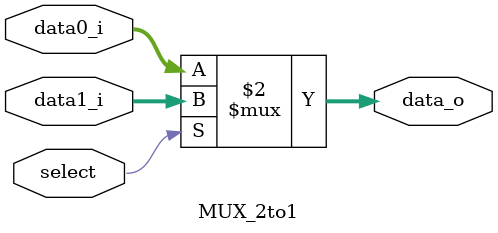
<source format=v>
     
module MUX_2to1(
               data0_i,
               data1_i,
               select,
               data_o
               );

parameter size = 0;			   
			
//I/O ports               
input   [size-1:0] data0_i;          
input   [size-1:0] data1_i;
input              select;
output  [size-1:0] data_o; 

//Internal Signals
reg     [size-1:0] data_o;

//Main function
always @(*)begin
    data_o = select ? data1_i : data0_i;
end

endmodule      
          
          
</source>
